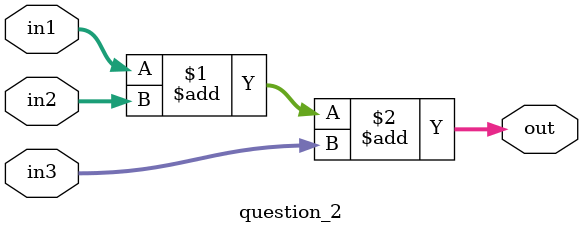
<source format=v>
module question_2 (out, in1, in2, in3);
	input [2:0] in1, in2, in3; // 3 3-bit inputs.
	output [3:0] out; // 1 4-bit output, enough to fit max value.

	assign out = in1 + in2 + in3;
endmodule

</source>
